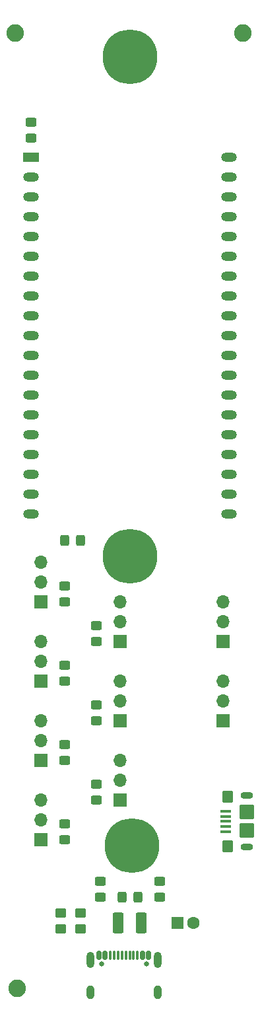
<source format=gbr>
%TF.GenerationSoftware,KiCad,Pcbnew,8.0.3*%
%TF.CreationDate,2025-06-12T19:15:32+02:00*%
%TF.ProjectId,7Analyzer,37416e61-6c79-47a6-9572-2e6b69636164,rev?*%
%TF.SameCoordinates,Original*%
%TF.FileFunction,Soldermask,Top*%
%TF.FilePolarity,Negative*%
%FSLAX46Y46*%
G04 Gerber Fmt 4.6, Leading zero omitted, Abs format (unit mm)*
G04 Created by KiCad (PCBNEW 8.0.3) date 2025-06-12 19:15:32*
%MOMM*%
%LPD*%
G01*
G04 APERTURE LIST*
G04 Aperture macros list*
%AMRoundRect*
0 Rectangle with rounded corners*
0 $1 Rounding radius*
0 $2 $3 $4 $5 $6 $7 $8 $9 X,Y pos of 4 corners*
0 Add a 4 corners polygon primitive as box body*
4,1,4,$2,$3,$4,$5,$6,$7,$8,$9,$2,$3,0*
0 Add four circle primitives for the rounded corners*
1,1,$1+$1,$2,$3*
1,1,$1+$1,$4,$5*
1,1,$1+$1,$6,$7*
1,1,$1+$1,$8,$9*
0 Add four rect primitives between the rounded corners*
20,1,$1+$1,$2,$3,$4,$5,0*
20,1,$1+$1,$4,$5,$6,$7,0*
20,1,$1+$1,$6,$7,$8,$9,0*
20,1,$1+$1,$8,$9,$2,$3,0*%
G04 Aperture macros list end*
%ADD10R,1.700000X1.700000*%
%ADD11O,1.700000X1.700000*%
%ADD12C,7.000000*%
%ADD13R,2.000000X1.200000*%
%ADD14O,2.000000X1.200000*%
%ADD15RoundRect,0.250000X-0.325000X-0.450000X0.325000X-0.450000X0.325000X0.450000X-0.325000X0.450000X0*%
%ADD16RoundRect,0.250000X-0.450000X0.325000X-0.450000X-0.325000X0.450000X-0.325000X0.450000X0.325000X0*%
%ADD17RoundRect,0.250000X-0.450000X0.350000X-0.450000X-0.350000X0.450000X-0.350000X0.450000X0.350000X0*%
%ADD18R,1.600000X1.600000*%
%ADD19C,1.600000*%
%ADD20RoundRect,0.250001X-0.462499X-1.074999X0.462499X-1.074999X0.462499X1.074999X-0.462499X1.074999X0*%
%ADD21C,2.250000*%
%ADD22RoundRect,0.100000X0.575000X-0.100000X0.575000X0.100000X-0.575000X0.100000X-0.575000X-0.100000X0*%
%ADD23O,1.600000X0.900000*%
%ADD24RoundRect,0.250000X0.450000X-0.550000X0.450000X0.550000X-0.450000X0.550000X-0.450000X-0.550000X0*%
%ADD25RoundRect,0.250000X0.700000X-0.700000X0.700000X0.700000X-0.700000X0.700000X-0.700000X-0.700000X0*%
%ADD26C,0.650000*%
%ADD27RoundRect,0.150000X-0.150000X-0.425000X0.150000X-0.425000X0.150000X0.425000X-0.150000X0.425000X0*%
%ADD28RoundRect,0.075000X-0.075000X-0.500000X0.075000X-0.500000X0.075000X0.500000X-0.075000X0.500000X0*%
%ADD29O,1.000000X2.100000*%
%ADD30O,1.000000X1.800000*%
G04 APERTURE END LIST*
D10*
%TO.C,J10*%
X27432000Y-102108000D03*
D11*
X27432000Y-99568000D03*
X27432000Y-97028000D03*
%TD*%
D12*
%TO.C,J2*%
X28702000Y-17018000D03*
%TD*%
D13*
%TO.C,U1*%
X16002000Y-29880560D03*
D14*
X16002000Y-32420560D03*
X16002000Y-34960560D03*
X16002000Y-37500560D03*
X16002000Y-40040560D03*
X16002000Y-42580560D03*
X16002000Y-45120560D03*
X16002000Y-47660560D03*
X16002000Y-50200560D03*
X16002000Y-52740560D03*
X16002000Y-55280560D03*
X16002000Y-57820560D03*
X16002000Y-60360560D03*
X16002000Y-62900560D03*
X16002000Y-65440560D03*
X16002000Y-67980560D03*
X16002000Y-70520560D03*
X16002000Y-73060560D03*
X16002000Y-75600560D03*
X41398320Y-75597840D03*
X41398320Y-73057840D03*
X41402000Y-70520560D03*
X41402000Y-67980560D03*
X41402000Y-65440560D03*
X41402000Y-62900560D03*
X41402000Y-60360560D03*
X41402000Y-57820560D03*
X41402000Y-55280560D03*
X41402000Y-52740560D03*
X41402000Y-50200560D03*
X41402000Y-47660560D03*
X41402000Y-45120560D03*
X41402000Y-42580560D03*
X41402000Y-40040560D03*
X41402000Y-37500560D03*
X41402000Y-34960560D03*
X41402000Y-32420560D03*
X41402000Y-29880560D03*
%TD*%
D10*
%TO.C,J9*%
X27432000Y-91933000D03*
D11*
X27432000Y-89393000D03*
X27432000Y-86853000D03*
%TD*%
D15*
%TO.C,C11*%
X20311000Y-78994000D03*
X22361000Y-78994000D03*
%TD*%
D16*
%TO.C,C2*%
X32512000Y-122673000D03*
X32512000Y-124723000D03*
%TD*%
D17*
%TO.C,R2*%
X19812000Y-126762000D03*
X19812000Y-128762000D03*
%TD*%
D18*
%TO.C,C1*%
X34858888Y-128016000D03*
D19*
X36858888Y-128016000D03*
%TD*%
D20*
%TO.C,F1*%
X27214500Y-128016000D03*
X30189500Y-128016000D03*
%TD*%
D10*
%TO.C,J8*%
X17272000Y-117348000D03*
D11*
X17272000Y-114808000D03*
X17272000Y-112268000D03*
%TD*%
D16*
%TO.C,C7*%
X20320000Y-115307000D03*
X20320000Y-117357000D03*
%TD*%
%TO.C,C12*%
X16002000Y-25391000D03*
X16002000Y-27441000D03*
%TD*%
D21*
%TO.C,FID1*%
X43180000Y-13970000D03*
%TD*%
D10*
%TO.C,J5*%
X17272000Y-86853000D03*
D11*
X17272000Y-84313000D03*
X17272000Y-81773000D03*
%TD*%
D15*
%TO.C,L1*%
X27677000Y-124714000D03*
X29727000Y-124714000D03*
%TD*%
D16*
%TO.C,C8*%
X24384000Y-89907000D03*
X24384000Y-91957000D03*
%TD*%
%TO.C,C9*%
X24384000Y-100067000D03*
X24384000Y-102117000D03*
%TD*%
D22*
%TO.C,J13*%
X41013000Y-116326000D03*
X41013000Y-115676000D03*
X41013000Y-115026000D03*
X41013000Y-114376000D03*
X41013000Y-113726000D03*
D23*
X43688000Y-118326000D03*
D24*
X41238000Y-118226000D03*
D25*
X43688000Y-116226000D03*
X43688000Y-113826000D03*
D24*
X41238000Y-111826000D03*
D23*
X43688000Y-111726000D03*
%TD*%
D10*
%TO.C,J3*%
X40640000Y-91948000D03*
D11*
X40640000Y-89408000D03*
X40640000Y-86868000D03*
%TD*%
D12*
%TO.C,J1*%
X28702000Y-81026000D03*
%TD*%
D16*
%TO.C,C6*%
X20320000Y-105147000D03*
X20320000Y-107197000D03*
%TD*%
D21*
%TO.C,FID2*%
X13970000Y-13970000D03*
%TD*%
D10*
%TO.C,J11*%
X27432000Y-112268000D03*
D11*
X27432000Y-109728000D03*
X27432000Y-107188000D03*
%TD*%
D16*
%TO.C,C3*%
X24892000Y-122673000D03*
X24892000Y-124723000D03*
%TD*%
D10*
%TO.C,J6*%
X17272000Y-97028000D03*
D11*
X17272000Y-94488000D03*
X17272000Y-91948000D03*
%TD*%
D16*
%TO.C,C5*%
X20320000Y-94987000D03*
X20320000Y-97037000D03*
%TD*%
D12*
%TO.C,J12*%
X28956000Y-118110000D03*
%TD*%
D10*
%TO.C,J7*%
X17272000Y-107188000D03*
D11*
X17272000Y-104648000D03*
X17272000Y-102108000D03*
%TD*%
D10*
%TO.C,J4*%
X40640000Y-102108000D03*
D11*
X40640000Y-99568000D03*
X40640000Y-97028000D03*
%TD*%
D16*
%TO.C,C10*%
X24384000Y-110227000D03*
X24384000Y-112277000D03*
%TD*%
D21*
%TO.C,FID3*%
X14224000Y-136398000D03*
%TD*%
D26*
%TO.C,P1*%
X25050000Y-133285000D03*
X30830000Y-133285000D03*
D27*
X24740000Y-132210000D03*
X25540000Y-132210000D03*
D28*
X26690000Y-132210000D03*
X27690000Y-132210000D03*
X28190000Y-132210000D03*
X29190000Y-132210000D03*
D27*
X30340000Y-132210000D03*
X31140000Y-132210000D03*
X31140000Y-132210000D03*
X30340000Y-132210000D03*
D28*
X29690000Y-132210000D03*
X28690000Y-132210000D03*
X27190000Y-132210000D03*
X26190000Y-132210000D03*
D27*
X25540000Y-132210000D03*
X24740000Y-132210000D03*
D29*
X23620000Y-132785000D03*
D30*
X23620000Y-136965000D03*
D29*
X32260000Y-132785000D03*
D30*
X32260000Y-136965000D03*
%TD*%
D16*
%TO.C,C4*%
X20320000Y-84827000D03*
X20320000Y-86877000D03*
%TD*%
D17*
%TO.C,R1*%
X22352000Y-126762000D03*
X22352000Y-128762000D03*
%TD*%
M02*

</source>
